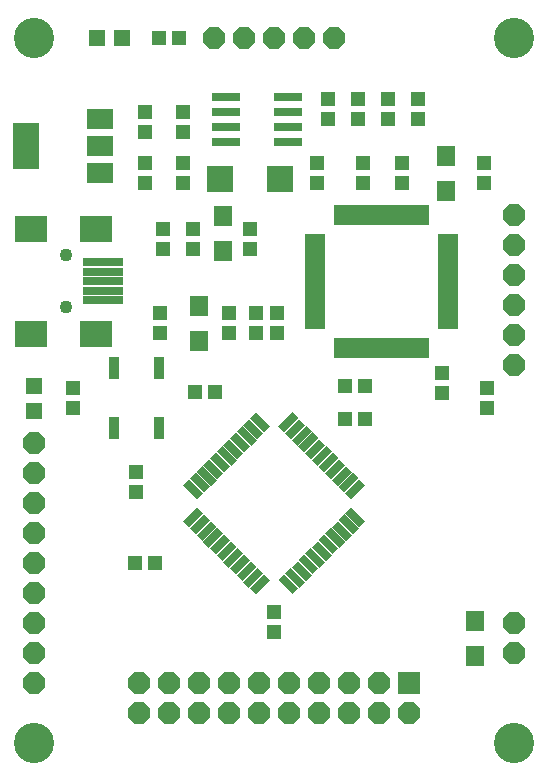
<source format=gts>
G75*
G70*
%OFA0B0*%
%FSLAX24Y24*%
%IPPOS*%
%LPD*%
%AMOC8*
5,1,8,0,0,1.08239X$1,22.5*
%
%ADD10C,0.1340*%
%ADD11R,0.0474X0.0513*%
%ADD12R,0.0513X0.0474*%
%ADD13R,0.0631X0.0710*%
%ADD14R,0.0946X0.0316*%
%ADD15R,0.0867X0.0671*%
%ADD16R,0.0867X0.1576*%
%ADD17OC8,0.0720*%
%ADD18R,0.0552X0.0552*%
%ADD19R,0.0880X0.0880*%
%ADD20R,0.0671X0.0277*%
%ADD21R,0.0277X0.0671*%
%ADD22R,0.0720X0.0720*%
%ADD23R,0.1064X0.0867*%
%ADD24R,0.1379X0.0277*%
%ADD25C,0.0434*%
%ADD26R,0.0186X0.0651*%
%ADD27R,0.0651X0.0186*%
%ADD28R,0.0380X0.0730*%
D10*
X001383Y001151D03*
X017383Y001151D03*
X017383Y024651D03*
X001383Y024651D03*
D11*
X005083Y022187D03*
X005083Y021518D03*
X005083Y020487D03*
X005083Y019818D03*
X006333Y019817D03*
X006333Y020486D03*
X006331Y021517D03*
X006331Y022186D03*
X006218Y024651D03*
X005548Y024651D03*
X008583Y018286D03*
X008583Y017617D03*
X008783Y015486D03*
X008783Y014817D03*
X007883Y014817D03*
X007883Y015486D03*
X010814Y019817D03*
X010814Y020486D03*
X012351Y020486D03*
X012351Y019817D03*
X013651Y019817D03*
X013651Y020486D03*
X016383Y020484D03*
X016383Y019815D03*
X014981Y013486D03*
X014981Y012817D03*
X016483Y012987D03*
X016483Y012318D03*
X009383Y005536D03*
X009383Y004867D03*
D12*
X005418Y007151D03*
X004748Y007151D03*
X004783Y009517D03*
X004783Y010186D03*
X002683Y012317D03*
X002683Y012986D03*
X005583Y014817D03*
X005583Y015486D03*
X005683Y017617D03*
X005683Y018286D03*
X006683Y018286D03*
X006683Y017617D03*
X009483Y015484D03*
X009483Y014815D03*
X007418Y012851D03*
X006748Y012851D03*
X011748Y013050D03*
X012418Y013050D03*
X012418Y011951D03*
X011748Y011951D03*
X012183Y021948D03*
X012183Y022617D03*
X011183Y022617D03*
X011183Y021948D03*
X013183Y021948D03*
X013183Y022617D03*
X014183Y022617D03*
X014183Y021948D03*
D13*
X015101Y020742D03*
X015101Y019561D03*
X007683Y018742D03*
X007683Y017561D03*
X006883Y015742D03*
X006883Y014561D03*
X016084Y005242D03*
X016084Y004061D03*
D14*
X009838Y021201D03*
X009838Y021701D03*
X009838Y022201D03*
X009838Y022701D03*
X007791Y022701D03*
X007791Y022201D03*
X007791Y021701D03*
X007791Y021201D03*
D15*
X003592Y021051D03*
X003592Y020146D03*
X003592Y021957D03*
D16*
X001111Y021051D03*
D17*
X007383Y024651D03*
X008383Y024651D03*
X009383Y024651D03*
X010383Y024651D03*
X011383Y024651D03*
X017383Y018751D03*
X017383Y017751D03*
X017383Y016751D03*
X017383Y015751D03*
X017383Y014751D03*
X017383Y013751D03*
X017383Y005151D03*
X017383Y004151D03*
X013883Y002151D03*
X012883Y002151D03*
X012883Y003151D03*
X011883Y003151D03*
X011883Y002151D03*
X010883Y002151D03*
X010883Y003151D03*
X009883Y003151D03*
X009883Y002151D03*
X008883Y002151D03*
X008883Y003151D03*
X007883Y003151D03*
X007883Y002151D03*
X006883Y002151D03*
X006883Y003151D03*
X005883Y003151D03*
X005883Y002151D03*
X004883Y002151D03*
X004883Y003151D03*
X001383Y003151D03*
X001383Y004151D03*
X001383Y005151D03*
X001383Y006151D03*
X001383Y007151D03*
X001383Y008151D03*
X001383Y009151D03*
X001383Y010151D03*
X001383Y011151D03*
D18*
X001383Y012238D03*
X001383Y013065D03*
X003470Y024651D03*
X004296Y024651D03*
D19*
X007583Y019951D03*
X009583Y019951D03*
D20*
G36*
X009522Y011713D02*
X009995Y012186D01*
X010190Y011991D01*
X009717Y011518D01*
X009522Y011713D01*
G37*
G36*
X009745Y011490D02*
X010218Y011963D01*
X010413Y011768D01*
X009940Y011295D01*
X009745Y011490D01*
G37*
G36*
X009968Y011267D02*
X010441Y011740D01*
X010636Y011545D01*
X010163Y011072D01*
X009968Y011267D01*
G37*
G36*
X010190Y011044D02*
X010663Y011517D01*
X010858Y011322D01*
X010385Y010849D01*
X010190Y011044D01*
G37*
G36*
X010413Y010822D02*
X010886Y011295D01*
X011081Y011100D01*
X010608Y010627D01*
X010413Y010822D01*
G37*
G36*
X010636Y010599D02*
X011109Y011072D01*
X011304Y010877D01*
X010831Y010404D01*
X010636Y010599D01*
G37*
G36*
X010858Y010376D02*
X011331Y010849D01*
X011526Y010654D01*
X011053Y010181D01*
X010858Y010376D01*
G37*
G36*
X011081Y010154D02*
X011554Y010627D01*
X011749Y010432D01*
X011276Y009959D01*
X011081Y010154D01*
G37*
G36*
X011304Y009931D02*
X011777Y010404D01*
X011972Y010209D01*
X011499Y009736D01*
X011304Y009931D01*
G37*
G36*
X011527Y009708D02*
X012000Y010181D01*
X012195Y009986D01*
X011722Y009513D01*
X011527Y009708D01*
G37*
G36*
X011749Y009485D02*
X012222Y009958D01*
X012417Y009763D01*
X011944Y009290D01*
X011749Y009485D01*
G37*
G36*
X008576Y006312D02*
X009049Y006785D01*
X009244Y006590D01*
X008771Y006117D01*
X008576Y006312D01*
G37*
G36*
X008353Y006535D02*
X008826Y007008D01*
X009021Y006813D01*
X008548Y006340D01*
X008353Y006535D01*
G37*
G36*
X008130Y006757D02*
X008603Y007230D01*
X008798Y007035D01*
X008325Y006562D01*
X008130Y006757D01*
G37*
G36*
X007908Y006980D02*
X008381Y007453D01*
X008576Y007258D01*
X008103Y006785D01*
X007908Y006980D01*
G37*
G36*
X007685Y007203D02*
X008158Y007676D01*
X008353Y007481D01*
X007880Y007008D01*
X007685Y007203D01*
G37*
G36*
X007462Y007425D02*
X007935Y007898D01*
X008130Y007703D01*
X007657Y007230D01*
X007462Y007425D01*
G37*
G36*
X007239Y007648D02*
X007712Y008121D01*
X007907Y007926D01*
X007434Y007453D01*
X007239Y007648D01*
G37*
G36*
X007017Y007871D02*
X007490Y008344D01*
X007685Y008149D01*
X007212Y007676D01*
X007017Y007871D01*
G37*
G36*
X006794Y008093D02*
X007267Y008566D01*
X007462Y008371D01*
X006989Y007898D01*
X006794Y008093D01*
G37*
G36*
X006571Y008316D02*
X007044Y008789D01*
X007239Y008594D01*
X006766Y008121D01*
X006571Y008316D01*
G37*
G36*
X006349Y008539D02*
X006822Y009012D01*
X007017Y008817D01*
X006544Y008344D01*
X006349Y008539D01*
G37*
D21*
G36*
X006349Y009763D02*
X006544Y009958D01*
X007017Y009485D01*
X006822Y009290D01*
X006349Y009763D01*
G37*
G36*
X006571Y009986D02*
X006766Y010181D01*
X007239Y009708D01*
X007044Y009513D01*
X006571Y009986D01*
G37*
G36*
X006794Y010209D02*
X006989Y010404D01*
X007462Y009931D01*
X007267Y009736D01*
X006794Y010209D01*
G37*
G36*
X007017Y010432D02*
X007212Y010627D01*
X007685Y010154D01*
X007490Y009959D01*
X007017Y010432D01*
G37*
G36*
X007239Y010654D02*
X007434Y010849D01*
X007907Y010376D01*
X007712Y010181D01*
X007239Y010654D01*
G37*
G36*
X007462Y010877D02*
X007657Y011072D01*
X008130Y010599D01*
X007935Y010404D01*
X007462Y010877D01*
G37*
G36*
X007685Y011100D02*
X007880Y011295D01*
X008353Y010822D01*
X008158Y010627D01*
X007685Y011100D01*
G37*
G36*
X007908Y011322D02*
X008103Y011517D01*
X008576Y011044D01*
X008381Y010849D01*
X007908Y011322D01*
G37*
G36*
X008130Y011545D02*
X008325Y011740D01*
X008798Y011267D01*
X008603Y011072D01*
X008130Y011545D01*
G37*
G36*
X008353Y011768D02*
X008548Y011963D01*
X009021Y011490D01*
X008826Y011295D01*
X008353Y011768D01*
G37*
G36*
X008576Y011991D02*
X008771Y012186D01*
X009244Y011713D01*
X009049Y011518D01*
X008576Y011991D01*
G37*
G36*
X011081Y008149D02*
X011276Y008344D01*
X011749Y007871D01*
X011554Y007676D01*
X011081Y008149D01*
G37*
G36*
X010858Y007926D02*
X011053Y008121D01*
X011526Y007648D01*
X011331Y007453D01*
X010858Y007926D01*
G37*
G36*
X010636Y007703D02*
X010831Y007898D01*
X011304Y007425D01*
X011109Y007230D01*
X010636Y007703D01*
G37*
G36*
X010413Y007481D02*
X010608Y007676D01*
X011081Y007203D01*
X010886Y007008D01*
X010413Y007481D01*
G37*
G36*
X010190Y007258D02*
X010385Y007453D01*
X010858Y006980D01*
X010663Y006785D01*
X010190Y007258D01*
G37*
G36*
X009968Y007035D02*
X010163Y007230D01*
X010636Y006757D01*
X010441Y006562D01*
X009968Y007035D01*
G37*
G36*
X009745Y006813D02*
X009940Y007008D01*
X010413Y006535D01*
X010218Y006340D01*
X009745Y006813D01*
G37*
G36*
X009522Y006590D02*
X009717Y006785D01*
X010190Y006312D01*
X009995Y006117D01*
X009522Y006590D01*
G37*
G36*
X011304Y008371D02*
X011499Y008566D01*
X011972Y008093D01*
X011777Y007898D01*
X011304Y008371D01*
G37*
G36*
X011527Y008594D02*
X011722Y008789D01*
X012195Y008316D01*
X012000Y008121D01*
X011527Y008594D01*
G37*
G36*
X011749Y008817D02*
X011944Y009012D01*
X012417Y008539D01*
X012222Y008344D01*
X011749Y008817D01*
G37*
D22*
X013883Y003151D03*
D23*
X003442Y014799D03*
X001277Y014799D03*
X001277Y018303D03*
X003442Y018303D03*
D24*
X003678Y017181D03*
X003678Y016866D03*
X003678Y016551D03*
X003678Y016236D03*
X003678Y015921D03*
D25*
X002458Y015685D03*
X002458Y017417D03*
D26*
X011475Y018766D03*
X011672Y018766D03*
X011869Y018766D03*
X012066Y018766D03*
X012263Y018766D03*
X012459Y018766D03*
X012656Y018766D03*
X012853Y018766D03*
X013050Y018766D03*
X013247Y018766D03*
X013444Y018766D03*
X013640Y018766D03*
X013837Y018766D03*
X014034Y018766D03*
X014231Y018766D03*
X014428Y018766D03*
X014428Y014337D03*
X014231Y014337D03*
X014034Y014337D03*
X013837Y014337D03*
X013640Y014337D03*
X013444Y014337D03*
X013247Y014337D03*
X013050Y014337D03*
X012853Y014337D03*
X012656Y014337D03*
X012459Y014337D03*
X012263Y014337D03*
X012066Y014337D03*
X011869Y014337D03*
X011672Y014337D03*
X011475Y014337D03*
D27*
X010737Y015075D03*
X010737Y015272D03*
X010737Y015469D03*
X010737Y015665D03*
X010737Y015862D03*
X010737Y016059D03*
X010737Y016256D03*
X010737Y016453D03*
X010737Y016650D03*
X010737Y016846D03*
X010737Y017043D03*
X010737Y017240D03*
X010737Y017437D03*
X010737Y017634D03*
X010737Y017831D03*
X010737Y018028D03*
X015166Y018028D03*
X015166Y017831D03*
X015166Y017634D03*
X015166Y017437D03*
X015166Y017240D03*
X015166Y017043D03*
X015166Y016846D03*
X015166Y016650D03*
X015166Y016453D03*
X015166Y016256D03*
X015166Y016059D03*
X015166Y015862D03*
X015166Y015665D03*
X015166Y015469D03*
X015166Y015272D03*
X015166Y015075D03*
D28*
X005533Y013651D03*
X005533Y011651D03*
X004033Y011651D03*
X004033Y013651D03*
M02*

</source>
